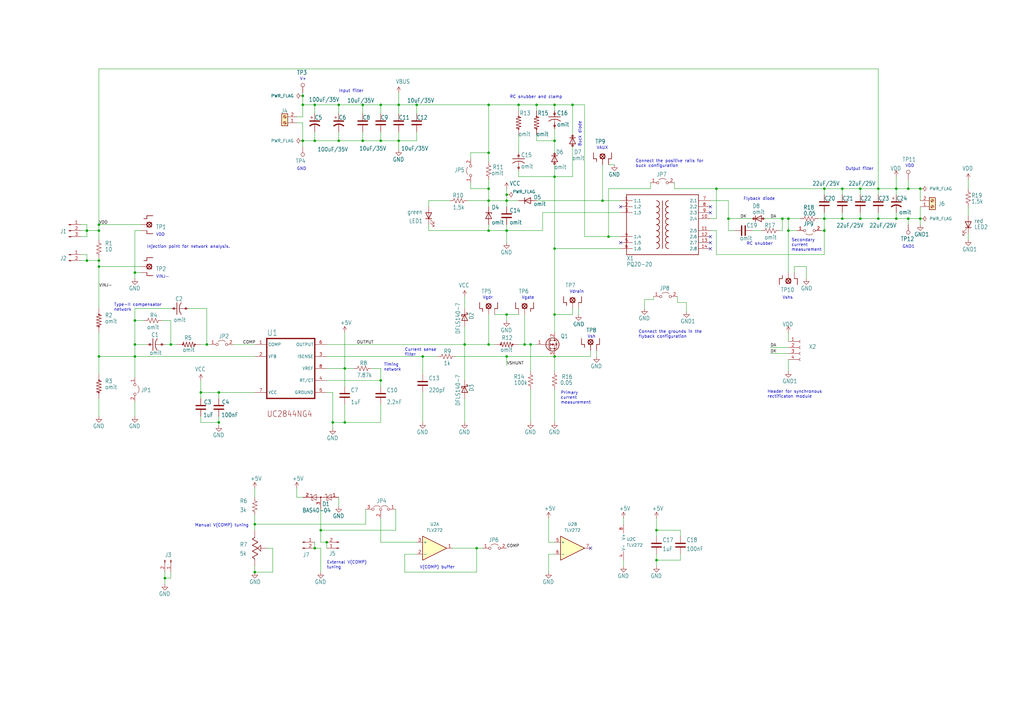
<source format=kicad_sch>
(kicad_sch (version 20230121) (generator eeschema)
  (paper "User" 433.857 302.666)
  (title_block (title "Flyback Learning Module") (rev "1.2") (company "Arnet Engineering"))
  (junction (at 384.81 92.71))
  (junction (at 133.35 59.69))
  (junction (at 41.91 110.49))
  (junction (at 36.83 97.79))
  (junction (at 384.81 80.01))
  (junction (at 207.01 85.09))
  (junction (at 143.51 44.45))
  (junction (at 234.95 133.35))
  (junction (at 128.27 40.64))
  (junction (at 201.93 232.41))
  (junction (at 146.05 156.21))
  (junction (at 207.01 146.05))
  (junction (at 168.91 44.45))
  (junction (at 234.95 74.93))
  (junction (at 234.95 105.41))
  (junction (at 356.87 80.01))
  (junction (at 196.85 146.05))
  (junction (at 41.91 151.13))
  (junction (at 379.73 92.71))
  (junction (at 57.15 151.13))
  (junction (at 214.63 97.79))
  (junction (at 92.71 179.07))
  (junction (at 227.33 44.45))
  (junction (at 57.15 146.05))
  (junction (at 161.29 44.45))
  (junction (at 278.13 224.79))
  (junction (at 349.25 92.71))
  (junction (at 334.01 97.79))
  (junction (at 153.67 44.45))
  (junction (at 168.91 59.69))
  (junction (at 146.05 179.07))
  (junction (at 133.35 44.45))
  (junction (at 356.87 92.71))
  (junction (at 214.63 82.55))
  (junction (at 234.95 59.69))
  (junction (at 207.01 97.79))
  (junction (at 331.47 92.71))
  (junction (at 128.27 44.45))
  (junction (at 128.27 59.69))
  (junction (at 349.25 97.79))
  (junction (at 57.15 135.89))
  (junction (at 364.49 92.71))
  (junction (at 389.89 92.71))
  (junction (at 224.79 146.05))
  (junction (at 41.91 113.03))
  (junction (at 308.61 92.71))
  (junction (at 278.13 237.49))
  (junction (at 372.11 92.71))
  (junction (at 161.29 59.69))
  (junction (at 242.57 44.45))
  (junction (at 255.27 85.09))
  (junction (at 214.63 133.35))
  (junction (at 87.63 146.05))
  (junction (at 349.25 80.01))
  (junction (at 214.63 85.09))
  (junction (at 138.43 229.87))
  (junction (at 207.01 64.77))
  (junction (at 176.53 44.45))
  (junction (at 36.83 110.49))
  (junction (at 257.81 100.33))
  (junction (at 179.07 151.13))
  (junction (at 92.71 166.37))
  (junction (at 41.91 95.25))
  (junction (at 140.97 179.07))
  (junction (at 133.35 232.41))
  (junction (at 107.95 242.57))
  (junction (at 143.51 59.69))
  (junction (at 303.53 80.01))
  (junction (at 57.15 115.57))
  (junction (at 161.29 161.29))
  (junction (at 234.95 44.45))
  (junction (at 364.49 80.01))
  (junction (at 41.91 97.79))
  (junction (at 222.25 146.05))
  (junction (at 107.95 222.25))
  (junction (at 214.63 151.13))
  (junction (at 389.89 80.01))
  (junction (at 234.95 151.13))
  (junction (at 207.01 44.45))
  (junction (at 69.85 245.11))
  (junction (at 372.11 80.01))
  (junction (at 219.71 44.45))
  (junction (at 379.73 80.01))
  (junction (at 207.01 80.01))
  (junction (at 334.01 92.71))
  (junction (at 72.39 146.05))
  (junction (at 153.67 59.69))
  (junction (at 135.89 224.79))
  (junction (at 85.09 166.37))
  (no_connect (at 262.89 87.63))
  (no_connect (at 300.99 87.63))
  (no_connect (at 300.99 102.87))
  (no_connect (at 262.89 102.87))
  (no_connect (at 300.99 100.33))
  (no_connect (at 250.19 232.41))
  (no_connect (at 300.99 105.41))
  (no_connect (at 300.99 90.17))
  (wire (pts (xy 62.23 146.05) (xy 57.15 146.05)) (stroke (width 0.1524)))
  (wire (pts (xy 227.33 59.69) (xy 234.95 59.69)) (stroke (width 0.1524)))
  (wire (pts (xy 331.47 92.71) (xy 334.01 92.71)) (stroke (width 0.1524)))
  (wire (pts (xy 196.85 125.73) (xy 196.85 128.27)))
  (wire (pts (xy 234.95 165.1) (xy 234.95 167.64)))
  (wire (pts (xy 334.01 147.32) (xy 326.39 147.32)) (stroke (width 0.1524)))
  (wire (pts (xy 209.55 133.35) (xy 214.63 133.35)) (stroke (width 0.1524)))
  (wire (pts (xy 389.89 87.63) (xy 389.89 92.71)) (stroke (width 0.1524)))
  (wire (pts (xy 334.01 92.71) (xy 339.09 92.71)) (stroke (width 0.1524)))
  (wire (pts (xy 143.51 44.45) (xy 143.51 48.26)) (stroke (width 0.1524)))
  (wire (pts (xy 176.53 55.88) (xy 176.53 59.69)) (stroke (width 0.1524)))
  (wire (pts (xy 264.16 237.49) (xy 264.16 240.03)))
  (wire (pts (xy 140.97 166.37) (xy 140.97 179.07)) (stroke (width 0.1524)))
  (wire (pts (xy 72.39 242.57) (xy 72.39 245.11)) (stroke (width 0.1524)))
  (wire (pts (xy 36.83 110.49) (xy 41.91 110.49)) (stroke (width 0.1524)))
  (wire (pts (xy 57.15 146.05) (xy 57.15 151.13)) (stroke (width 0.1524)))
  (wire (pts (xy 57.15 170.18) (xy 57.15 176.53)))
  (wire (pts (xy 146.05 179.07) (xy 161.29 179.07)) (stroke (width 0.1524)))
  (wire (pts (xy 148.59 156.21) (xy 146.05 156.21)) (stroke (width 0.1524)))
  (wire (pts (xy 276.86 125.73) (xy 276.86 127)) (stroke (width 0.1524)))
  (wire (pts (xy 349.25 90.17) (xy 349.25 92.71)) (stroke (width 0.1524)))
  (wire (pts (xy 287.02 125.73) (xy 287.02 128.27)) (stroke (width 0.1524)))
  (wire (pts (xy 140.97 181.61) (xy 140.97 179.07)))
  (wire (pts (xy 234.95 151.13) (xy 234.95 157.48)))
  (wire (pts (xy 128.27 62.23) (xy 128.27 59.69)) (stroke (width 0.1524)))
  (wire (pts (xy 410.21 76.2) (xy 410.21 80.01)) (stroke (width 0.1524)))
  (wire (pts (xy 214.63 95.25) (xy 214.63 97.79)) (stroke (width 0.1524)))
  (wire (pts (xy 336.55 115.57) (xy 336.55 113.03)) (stroke (width 0.1524)))
  (wire (pts (xy 389.89 92.71) (xy 384.81 92.71)) (stroke (width 0.1524)))
  (wire (pts (xy 189.23 85.09) (xy 190.5 85.09)))
  (wire (pts (xy 128.27 41.91) (xy 128.27 44.45)) (stroke (width 0.1524)))
  (wire (pts (xy 80.01 130.81) (xy 87.63 130.81)) (stroke (width 0.1524)))
  (wire (pts (xy 252.73 148.59) (xy 252.73 151.13)) (stroke (width 0.1524)))
  (wire (pts (xy 356.87 92.71) (xy 364.49 92.71)) (stroke (width 0.1524)))
  (wire (pts (xy 255.27 69.85) (xy 255.27 85.09)) (stroke (width 0.1524)))
  (wire (pts (xy 179.07 151.13) (xy 138.43 151.13)) (stroke (width 0.1524)))
  (wire (pts (xy 196.85 128.27) (xy 196.85 130.81)) (stroke (width 0.1524)))
  (wire (pts (xy 242.57 62.23) (xy 242.57 74.93)) (stroke (width 0.1524)))
  (wire (pts (xy 199.39 77.47) (xy 199.39 80.01)))
  (wire (pts (xy 36.83 97.79) (xy 36.83 100.33)) (stroke (width 0.1524)))
  (wire (pts (xy 161.29 55.88) (xy 161.29 59.69)) (stroke (width 0.1524)))
  (wire (pts (xy 57.15 160.02) (xy 57.15 151.13)) (stroke (width 0.1524)))
  (wire (pts (xy 196.85 138.43) (xy 196.85 146.05)))
  (wire (pts (xy 41.91 100.33) (xy 41.91 101.6)))
  (wire (pts (xy 232.41 234.95) (xy 232.41 242.57)) (stroke (width 0.1524)))
  (wire (pts (xy 224.79 166.37) (xy 224.79 179.07)) (stroke (width 0.1524)))
  (wire (pts (xy 41.91 113.03) (xy 41.91 130.81)) (stroke (width 0.1524)))
  (wire (pts (xy 379.73 82.55) (xy 379.73 80.01)) (stroke (width 0.1524)))
  (wire (pts (xy 176.53 44.45) (xy 168.91 44.45)) (stroke (width 0.1524)))
  (wire (pts (xy 207.01 67.31) (xy 207.01 68.58)))
  (wire (pts (xy 133.35 229.87) (xy 133.35 232.41)))
  (wire (pts (xy 372.11 80.01) (xy 372.11 82.55)) (stroke (width 0.1524)))
  (wire (pts (xy 167.64 219.71) (xy 167.64 215.9)))
  (wire (pts (xy 364.49 90.17) (xy 364.49 92.71)) (stroke (width 0.1524)))
  (wire (pts (xy 85.09 176.53) (xy 85.09 179.07)) (stroke (width 0.1524)))
  (wire (pts (xy 57.15 135.89) (xy 60.96 135.89)) (stroke (width 0.1524)))
  (wire (pts (xy 227.33 44.45) (xy 219.71 44.45)) (stroke (width 0.1524)))
  (wire (pts (xy 207.01 85.09) (xy 207.01 87.63)) (stroke (width 0.1524)))
  (wire (pts (xy 176.53 48.26) (xy 176.53 44.45)) (stroke (width 0.1524)))
  (wire (pts (xy 176.53 59.69) (xy 168.91 59.69)) (stroke (width 0.1524)))
  (wire (pts (xy 242.57 130.81) (xy 242.57 133.35)) (stroke (width 0.1524)))
  (wire (pts (xy 143.51 59.69) (xy 133.35 59.69)) (stroke (width 0.1524)))
  (wire (pts (xy 234.95 69.85) (xy 234.95 74.93)) (stroke (width 0.1524)))
  (wire (pts (xy 364.49 92.71) (xy 372.11 92.71)) (stroke (width 0.1524)))
  (wire (pts (xy 72.39 130.81) (xy 57.15 130.81)) (stroke (width 0.1524)))
  (wire (pts (xy 128.27 39.37) (xy 128.27 40.64)))
  (wire (pts (xy 85.09 166.37) (xy 85.09 168.91)) (stroke (width 0.1524)))
  (wire (pts (xy 242.57 133.35) (xy 234.95 133.35)) (stroke (width 0.1524)))
  (wire (pts (xy 219.71 44.45) (xy 207.01 44.45)) (stroke (width 0.1524)))
  (wire (pts (xy 146.05 179.07) (xy 140.97 179.07)) (stroke (width 0.1524)))
  (wire (pts (xy 107.95 218.44) (xy 107.95 219.71)))
  (wire (pts (xy 278.13 219.71) (xy 278.13 222.25)))
  (wire (pts (xy 219.71 72.39) (xy 219.71 74.93)) (stroke (width 0.1524)))
  (wire (pts (xy 207.01 77.47) (xy 207.01 80.01)) (stroke (width 0.1524)))
  (wire (pts (xy 349.25 92.71) (xy 356.87 92.71)) (stroke (width 0.1524)))
  (wire (pts (xy 318.77 92.71) (xy 308.61 92.71)) (stroke (width 0.1524)))
  (wire (pts (xy 168.91 48.26) (xy 168.91 44.45)) (stroke (width 0.1524)))
  (wire (pts (xy 234.95 234.95) (xy 232.41 234.95)) (stroke (width 0.1524)))
  (wire (pts (xy 181.61 85.09) (xy 181.61 87.63)) (stroke (width 0.1524)))
  (wire (pts (xy 133.35 55.88) (xy 133.35 59.69)) (stroke (width 0.1524)))
  (wire (pts (xy 133.35 59.69) (xy 128.27 59.69)) (stroke (width 0.1524)))
  (wire (pts (xy 331.47 97.79) (xy 331.47 92.71)) (stroke (width 0.1524)))
  (wire (pts (xy 168.91 39.37) (xy 168.91 41.91)))
  (wire (pts (xy 334.01 154.94) (xy 334.01 157.48)))
  (wire (pts (xy 128.27 49.53) (xy 128.27 44.45)) (stroke (width 0.1524)))
  (wire (pts (xy 285.75 80.01) (xy 303.53 80.01)) (stroke (width 0.1524)))
  (wire (pts (xy 356.87 80.01) (xy 364.49 80.01)) (stroke (width 0.1524)))
  (wire (pts (xy 214.63 85.09) (xy 207.01 85.09)) (stroke (width 0.1524)))
  (wire (pts (xy 214.63 97.79) (xy 229.87 97.79)) (stroke (width 0.1524)))
  (wire (pts (xy 207.01 67.31) (xy 207.01 64.77)) (stroke (width 0.1524)))
  (wire (pts (xy 57.15 151.13) (xy 41.91 151.13)) (stroke (width 0.1524)))
  (wire (pts (xy 59.69 97.79) (xy 57.15 97.79)) (stroke (width 0.1524)))
  (wire (pts (xy 232.41 229.87) (xy 232.41 222.25)) (stroke (width 0.1524)))
  (wire (pts (xy 384.81 77.47) (xy 384.81 80.01)) (stroke (width 0.1524)))
  (wire (pts (xy 193.04 151.13) (xy 194.31 151.13)))
  (wire (pts (xy 207.01 76.2) (xy 207.01 77.47)))
  (wire (pts (xy 410.21 99.06) (xy 410.21 101.6)) (stroke (width 0.1524)))
  (wire (pts (xy 229.87 97.79) (xy 229.87 90.17)) (stroke (width 0.1524)))
  (wire (pts (xy 389.89 95.25) (xy 389.89 92.71)) (stroke (width 0.1524)))
  (wire (pts (xy 34.29 95.25) (xy 36.83 95.25)) (stroke (width 0.1524)))
  (wire (pts (xy 334.01 92.71) (xy 334.01 97.79)) (stroke (width 0.1524)))
  (wire (pts (xy 158.75 156.21) (xy 161.29 156.21)) (stroke (width 0.1524)))
  (wire (pts (xy 379.73 80.01) (xy 372.11 80.01)) (stroke (width 0.1524)))
  (wire (pts (xy 153.67 48.26) (xy 153.67 44.45)) (stroke (width 0.1524)))
  (wire (pts (xy 264.16 219.71) (xy 264.16 222.25)))
  (wire (pts (xy 372.11 29.21) (xy 41.91 29.21)) (stroke (width 0.1524)))
  (wire (pts (xy 146.05 156.21) (xy 138.43 156.21)) (stroke (width 0.1524)))
  (wire (pts (xy 245.11 130.81) (xy 245.11 133.35)) (stroke (width 0.1524)))
  (wire (pts (xy 154.94 219.71) (xy 154.94 222.25)) (stroke (width 0.1524)))
  (wire (pts (xy 219.71 57.15) (xy 219.71 64.77)) (stroke (width 0.1524)))
  (wire (pts (xy 224.79 146.05) (xy 227.33 146.05)))
  (wire (pts (xy 273.05 127) (xy 273.05 130.81)) (stroke (width 0.1524)))
  (wire (pts (xy 59.69 95.25) (xy 41.91 95.25)) (stroke (width 0.1524)))
  (wire (pts (xy 214.63 82.55) (xy 214.63 85.09)) (stroke (width 0.1524)))
  (wire (pts (xy 125.73 207.01) (xy 125.73 209.55)))
  (wire (pts (xy 161.29 44.45) (xy 153.67 44.45)) (stroke (width 0.1524)))
  (wire (pts (xy 214.63 133.35) (xy 214.63 135.89)))
  (wire (pts (xy 128.27 59.69) (xy 128.27 52.07)) (stroke (width 0.1524)))
  (wire (pts (xy 300.99 92.71) (xy 303.53 92.71)) (stroke (width 0.1524)))
  (wire (pts (xy 41.91 158.75) (xy 41.91 151.13)) (stroke (width 0.1524)))
  (wire (pts (xy 41.91 29.21) (xy 41.91 95.25)) (stroke (width 0.1524)))
  (wire (pts (xy 57.15 146.05) (xy 57.15 135.89)) (stroke (width 0.1524)))
  (wire (pts (xy 288.29 234.95) (xy 288.29 237.49)) (stroke (width 0.1524)))
  (wire (pts (xy 87.63 130.81) (xy 87.63 146.05)) (stroke (width 0.1524)))
  (wire (pts (xy 349.25 80.01) (xy 356.87 80.01)) (stroke (width 0.1524)))
  (wire (pts (xy 290.83 128.27) (xy 290.83 130.81)) (stroke (width 0.1524)))
  (wire (pts (xy 303.53 92.71) (xy 303.53 80.01)) (stroke (width 0.1524)))
  (wire (pts (xy 384.81 80.01) (xy 379.73 80.01)) (stroke (width 0.1524)))
  (wire (pts (xy 181.61 97.79) (xy 207.01 97.79)) (stroke (width 0.1524)))
  (wire (pts (xy 36.83 95.25) (xy 36.83 97.79)) (stroke (width 0.1524)))
  (wire (pts (xy 146.05 143.51) (xy 146.05 156.21)) (stroke (width 0.1524)))
  (wire (pts (xy 232.41 219.71) (xy 232.41 222.25)))
  (wire (pts (xy 372.11 29.21) (xy 372.11 80.01)) (stroke (width 0.1524)))
  (wire (pts (xy 318.77 97.79) (xy 321.31 97.79)) (stroke (width 0.1524)))
  (wire (pts (xy 69.85 242.57) (xy 69.85 245.11)) (stroke (width 0.1524)))
  (wire (pts (xy 85.09 179.07) (xy 92.71 179.07)) (stroke (width 0.1524)))
  (wire (pts (xy 323.85 92.71) (xy 331.47 92.71)) (stroke (width 0.1524)))
  (wire (pts (xy 227.33 57.15) (xy 227.33 59.69)) (stroke (width 0.1524)))
  (wire (pts (xy 234.95 133.35) (xy 234.95 105.41)) (stroke (width 0.1524)))
  (wire (pts (xy 389.89 80.01) (xy 384.81 80.01)) (stroke (width 0.1524)))
  (wire (pts (xy 250.19 148.59) (xy 250.19 151.13)) (stroke (width 0.1524)))
  (wire (pts (xy 72.39 245.11) (xy 69.85 245.11)) (stroke (width 0.1524)))
  (wire (pts (xy 247.65 44.45) (xy 242.57 44.45)) (stroke (width 0.1524)))
  (wire (pts (xy 372.11 92.71) (xy 372.11 90.17)) (stroke (width 0.1524)))
  (wire (pts (xy 209.55 146.05) (xy 207.01 146.05)) (stroke (width 0.1524)))
  (wire (pts (xy 125.73 210.82) (xy 128.27 210.82)))
  (wire (pts (xy 410.21 87.63) (xy 410.21 88.9)))
  (wire (pts (xy 181.61 95.25) (xy 181.61 97.79)) (stroke (width 0.1524)))
  (wire (pts (xy 214.63 154.94) (xy 214.63 151.13)))
  (wire (pts (xy 128.27 44.45) (xy 133.35 44.45)) (stroke (width 0.1524)))
  (wire (pts (xy 257.81 80.01) (xy 257.81 100.33)) (stroke (width 0.1524)))
  (wire (pts (xy 214.63 80.01) (xy 214.63 82.55)))
  (wire (pts (xy 168.91 44.45) (xy 161.29 44.45)) (stroke (width 0.1524)))
  (wire (pts (xy 346.71 92.71) (xy 349.25 92.71)) (stroke (width 0.1524)))
  (wire (pts (xy 196.85 146.05) (xy 138.43 146.05)) (stroke (width 0.1524)))
  (wire (pts (xy 107.95 207.01) (xy 107.95 210.82)))
  (wire (pts (xy 207.01 80.01) (xy 207.01 85.09)) (stroke (width 0.1524)))
  (wire (pts (xy 410.21 88.9) (xy 410.21 91.44)) (stroke (width 0.1524)))
  (wire (pts (xy 349.25 97.79) (xy 349.25 96.52)))
  (wire (pts (xy 191.77 232.41) (xy 201.93 232.41)) (stroke (width 0.1524)))
  (wire (pts (xy 115.57 242.57) (xy 115.57 232.41)) (stroke (width 0.1524)))
  (wire (pts (xy 34.29 110.49) (xy 36.83 110.49)) (stroke (width 0.1524)))
  (wire (pts (xy 384.81 95.25) (xy 384.81 92.71)) (stroke (width 0.1524)))
  (wire (pts (xy 207.01 44.45) (xy 176.53 44.45)) (stroke (width 0.1524)))
  (wire (pts (xy 146.05 140.97) (xy 146.05 143.51)))
  (wire (pts (xy 303.53 107.95) (xy 349.25 107.95)) (stroke (width 0.1524)))
  (wire (pts (xy 135.89 229.87) (xy 138.43 229.87)))
  (wire (pts (xy 278.13 234.95) (xy 278.13 237.49)) (stroke (width 0.1524)))
  (wire (pts (xy 133.35 44.45) (xy 133.35 48.26)))
  (wire (pts (xy 275.59 80.01) (xy 257.81 80.01)) (stroke (width 0.1524)))
  (wire (pts (xy 92.71 168.91) (xy 92.71 166.37)) (stroke (width 0.1524)))
  (wire (pts (xy 176.53 234.95) (xy 171.45 234.95)) (stroke (width 0.1524)))
  (wire (pts (xy 153.67 59.69) (xy 161.29 59.69)) (stroke (width 0.1524)))
  (wire (pts (xy 311.15 97.79) (xy 308.61 97.79)) (stroke (width 0.1524)))
  (wire (pts (xy 199.39 85.09) (xy 207.01 85.09)) (stroke (width 0.1524)))
  (wire (pts (xy 330.2 97.79) (xy 331.47 97.79)))
  (wire (pts (xy 92.71 166.37) (xy 85.09 166.37)) (stroke (width 0.1524)))
  (wire (pts (xy 57.15 97.79) (xy 57.15 115.57)) (stroke (width 0.1524)))
  (wire (pts (xy 287.02 128.27) (xy 290.83 128.27)) (stroke (width 0.1524)))
  (wire (pts (xy 85.09 163.83) (xy 85.09 166.37)) (stroke (width 0.1524)))
  (wire (pts (xy 125.73 49.53) (xy 128.27 49.53)))
  (wire (pts (xy 92.71 176.53) (xy 92.71 179.07)) (stroke (width 0.1524)))
  (wire (pts (xy 59.69 113.03) (xy 41.91 113.03)) (stroke (width 0.1524)))
  (wire (pts (xy 107.95 242.57) (xy 115.57 242.57)) (stroke (width 0.1524)))
  (wire (pts (xy 107.95 240.03) (xy 107.95 242.57)) (stroke (width 0.1524)))
  (wire (pts (xy 138.43 229.87) (xy 138.43 232.41)))
  (wire (pts (xy 224.79 156.21) (xy 224.79 157.48)))
  (wire (pts (xy 36.83 97.79) (xy 41.91 97.79)) (stroke (width 0.1524)))
  (wire (pts (xy 199.39 80.01) (xy 207.01 80.01)))
  (wire (pts (xy 341.63 113.03) (xy 341.63 118.11)) (stroke (width 0.1524)))
  (wire (pts (xy 41.91 100.33) (xy 41.91 97.79)) (stroke (width 0.1524)))
  (wire (pts (xy 41.91 110.49) (xy 41.91 113.03)) (stroke (width 0.1524)))
  (wire (pts (xy 153.67 44.45) (xy 143.51 44.45)) (stroke (width 0.1524)))
  (wire (pts (xy 148.59 156.21) (xy 149.86 156.21)))
  (wire (pts (xy 157.48 156.21) (xy 158.75 156.21)))
  (wire (pts (xy 207.01 95.25) (xy 207.01 97.79)))
  (wire (pts (xy 207.01 64.77) (xy 207.01 44.45)) (stroke (width 0.1524)))
  (wire (pts (xy 364.49 82.55) (xy 364.49 80.01)) (stroke (width 0.1524)))
  (wire (pts (xy 349.25 80.01) (xy 349.25 82.55)) (stroke (width 0.1524)))
  (wire (pts (xy 72.39 135.89) (xy 72.39 146.05)) (stroke (width 0.1524)))
  (wire (pts (xy 334.01 149.86) (xy 326.39 149.86)) (stroke (width 0.1524)))
  (wire (pts (xy 171.45 242.57) (xy 201.93 242.57)) (stroke (width 0.1524)))
  (wire (pts (xy 107.95 146.05) (xy 99.06 146.05)) (stroke (width 0.1524)))
  (wire (pts (xy 138.43 161.29) (xy 161.29 161.29)) (stroke (width 0.1524)))
  (wire (pts (xy 222.25 133.35) (xy 222.25 146.05)) (stroke (width 0.1524)))
  (wire (pts (xy 334.01 97.79) (xy 337.82 97.79)))
  (wire (pts (xy 168.91 59.69) (xy 168.91 63.5)) (stroke (width 0.1524)))
  (wire (pts (xy 278.13 237.49) (xy 278.13 240.03)))
  (wire (pts (xy 384.81 92.71) (xy 379.73 92.71)) (stroke (width 0.1524)))
  (wire (pts (xy 146.05 171.45) (xy 146.05 179.07)) (stroke (width 0.1524)))
  (wire (pts (xy 69.85 135.89) (xy 72.39 135.89)) (stroke (width 0.1524)))
  (wire (pts (xy 88.9 146.05) (xy 87.63 146.05)))
  (wire (pts (xy 107.95 151.13) (xy 57.15 151.13)) (stroke (width 0.1524)))
  (wire (pts (xy 201.93 232.41) (xy 201.93 242.57)) (stroke (width 0.1524)))
  (wire (pts (xy 125.73 210.82) (xy 125.73 209.55)) (stroke (width 0.1524)))
  (wire (pts (xy 379.73 90.17) (xy 379.73 92.71)) (stroke (width 0.1524)))
  (wire (pts (xy 201.93 232.41) (xy 204.47 232.41)) (stroke (width 0.1524)))
  (wire (pts (xy 247.65 100.33) (xy 247.65 44.45)) (stroke (width 0.1524)))
  (wire (pts (xy 275.59 77.47) (xy 275.59 80.01)) (stroke (width 0.1524)))
  (wire (pts (xy 234.95 74.93) (xy 242.57 74.93)) (stroke (width 0.1524)))
  (wire (pts (xy 222.25 146.05) (xy 224.79 146.05)) (stroke (width 0.1524)))
  (wire (pts (xy 227.33 46.99) (xy 227.33 44.45)) (stroke (width 0.1524)))
  (wire (pts (xy 179.07 166.37) (xy 179.07 179.07)) (stroke (width 0.1524)))
  (wire (pts (xy 107.95 166.37) (xy 92.71 166.37)) (stroke (width 0.1524)))
  (wire (pts (xy 72.39 146.05) (xy 69.85 146.05)) (stroke (width 0.1524)))
  (wire (pts (xy 278.13 224.79) (xy 278.13 227.33)) (stroke (width 0.1524)))
  (wire (pts (xy 336.55 113.03) (xy 341.63 113.03)) (stroke (width 0.1524)))
  (wire (pts (xy 234.95 105.41) (xy 262.89 105.41)) (stroke (width 0.1524)))
  (wire (pts (xy 161.29 171.45) (xy 161.29 179.07)) (stroke (width 0.1524)))
  (wire (pts (xy 234.95 64.77) (xy 234.95 59.69)) (stroke (width 0.1524)))
  (wire (pts (xy 334.01 140.97) (xy 334.01 144.78)))
  (wire (pts (xy 288.29 224.79) (xy 278.13 224.79)) (stroke (width 0.1524)))
  (wire (pts (xy 288.29 227.33) (xy 288.29 224.79)) (stroke (width 0.1524)))
  (wire (pts (xy 128.27 40.64) (xy 128.27 41.91)))
  (wire (pts (xy 229.87 90.17) (xy 262.89 90.17)) (stroke (width 0.1524)))
  (wire (pts (xy 227.33 85.09) (xy 255.27 85.09)) (stroke (width 0.1524)))
  (wire (pts (xy 303.53 97.79) (xy 303.53 107.95)) (stroke (width 0.1524)))
  (wire (pts (xy 74.93 146.05) (xy 72.39 146.05)) (stroke (width 0.1524)))
  (wire (pts (xy 189.23 85.09) (xy 181.61 85.09)) (stroke (width 0.1524)))
  (wire (pts (xy 138.43 166.37) (xy 140.97 166.37)) (stroke (width 0.1524)))
  (wire (pts (xy 198.12 85.09) (xy 199.39 85.09)))
  (wire (pts (xy 107.95 219.71) (xy 107.95 222.25)) (stroke (width 0.1524)))
  (wire (pts (xy 41.91 168.91) (xy 41.91 176.53)) (stroke (width 0.1524)))
  (wire (pts (xy 234.95 59.69) (xy 234.95 54.61)) (stroke (width 0.1524)))
  (wire (pts (xy 234.95 140.97) (xy 234.95 133.35)) (stroke (width 0.1524)))
  (wire (pts (xy 257.81 100.33) (xy 247.65 100.33)) (stroke (width 0.1524)))
  (wire (pts (xy 34.29 97.79) (xy 36.83 97.79)) (stroke (width 0.1524)))
  (wire (pts (xy 219.71 146.05) (xy 222.25 146.05)) (stroke (width 0.1524)))
  (wire (pts (xy 356.87 82.55) (xy 356.87 80.01)) (stroke (width 0.1524)))
  (wire (pts (xy 242.57 44.45) (xy 234.95 44.45)) (stroke (width 0.1524)))
  (wire (pts (xy 234.95 167.64) (xy 234.95 179.07)) (stroke (width 0.1524)))
  (wire (pts (xy 349.25 92.71) (xy 349.25 97.79)) (stroke (width 0.1524)))
  (wire (pts (xy 36.83 107.95) (xy 36.83 110.49)) (stroke (width 0.1524)))
  (wire (pts (xy 161.29 229.87) (xy 161.29 219.71)) (stroke (width 0.1524)))
  (wire (pts (xy 356.87 90.17) (xy 356.87 92.71)) (stroke (width 0.1524)))
  (wire (pts (xy 68.58 135.89) (xy 69.85 135.89)))
  (wire (pts (xy 168.91 55.88) (xy 168.91 59.69)) (stroke (width 0.1524)))
  (wire (pts (xy 143.51 59.69) (xy 153.67 59.69)) (stroke (width 0.1524)))
  (wire (pts (xy 379.73 74.93) (xy 379.73 80.01)) (stroke (width 0.1524)))
  (wire (pts (xy 115.57 232.41) (xy 113.03 232.41)) (stroke (width 0.1524)))
  (wire (pts (xy 234.95 74.93) (xy 234.95 105.41)) (stroke (width 0.1524)))
  (wire (pts (xy 167.64 224.79) (xy 135.89 224.79)) (stroke (width 0.1524)))
  (wire (pts (xy 196.85 146.05) (xy 196.85 161.29)) (stroke (width 0.1524)))
  (wire (pts (xy 154.94 219.71) (xy 154.94 215.9)))
  (wire (pts (xy 57.15 115.57) (xy 57.15 118.11)))
  (wire (pts (xy 278.13 222.25) (xy 278.13 224.79)) (stroke (width 0.1524)))
  (wire (pts (xy 379.73 92.71) (xy 372.11 92.71)) (stroke (width 0.1524)))
  (wire (pts (xy 133.35 232.41) (xy 135.89 232.41)))
  (wire (pts (xy 34.29 107.95) (xy 36.83 107.95)) (stroke (width 0.1524)))
  (wire (pts (xy 260.35 69.85) (xy 257.81 69.85)) (stroke (width 0.1524)))
  (wire (pts (xy 262.89 100.33) (xy 257.81 100.33)) (stroke (width 0.1524)))
  (wire (pts (xy 224.79 165.1) (xy 224.79 166.37)))
  (wire (pts (xy 57.15 130.81) (xy 57.15 135.89)) (stroke (width 0.1524)))
  (wire (pts (xy 107.95 222.25) (xy 107.95 224.79)) (stroke (width 0.1524)))
  (wire (pts (xy 179.07 158.75) (xy 179.07 151.13)) (stroke (width 0.1524)))
  (wire (pts (xy 143.51 210.82) (xy 143.51 214.63)))
  (wire (pts (xy 207.01 97.79) (xy 214.63 97.79)) (stroke (width 0.1524)))
  (wire (pts (xy 161.29 156.21) (xy 161.29 161.29)) (stroke (width 0.1524)))
  (wire (pts (xy 161.29 59.69) (xy 168.91 59.69)) (stroke (width 0.1524)))
  (wire (pts (xy 303.53 80.01) (xy 349.25 80.01)) (stroke (width 0.1524)))
  (wire (pts (xy 133.35 44.45) (xy 143.51 44.45)) (stroke (width 0.1524)))
  (wire (pts (xy 199.39 64.77) (xy 207.01 64.77)) (stroke (width 0.1524)))
  (wire (pts (xy 214.63 102.87) (xy 214.63 97.79)) (stroke (width 0.1524)))
  (wire (pts (xy 199.39 67.31) (xy 199.39 64.77)) (stroke (width 0.1524)))
  (wire (pts (xy 308.61 92.71) (xy 308.61 85.09)) (stroke (width 0.1524)))
  (wire (pts (xy 234.95 44.45) (xy 227.33 44.45)) (stroke (width 0.1524)))
  (wire (pts (xy 349.25 97.79) (xy 349.25 107.95)) (stroke (width 0.1524)))
  (wire (pts (xy 334.01 97.79) (xy 334.01 96.52)))
  (wire (pts (xy 250.19 151.13) (xy 234.95 151.13)) (stroke (width 0.1524)))
  (wire (pts (xy 321.31 97.79) (xy 322.58 97.79)))
  (wire (pts (xy 194.31 151.13) (xy 214.63 151.13)) (stroke (width 0.1524)))
  (wire (pts (xy 334.01 97.79) (xy 334.01 115.57)) (stroke (width 0.1524)))
  (wire (pts (xy 85.09 161.29) (xy 85.09 163.83)))
  (wire (pts (xy 59.69 115.57) (xy 57.15 115.57)) (stroke (width 0.1524)))
  (wire (pts (xy 255.27 85.09) (xy 262.89 85.09)) (stroke (width 0.1524)))
  (wire (pts (xy 92.71 180.34) (xy 92.71 179.07)))
  (wire (pts (xy 135.89 224.79) (xy 135.89 229.87)) (stroke (width 0.1524)))
  (wire (pts (xy 219.71 46.99) (xy 219.71 44.45)) (stroke (width 0.1524)))
  (wire (pts (xy 143.51 55.88) (xy 143.51 59.69)) (stroke (width 0.1524)))
  (wire (pts (xy 196.85 168.91) (xy 196.85 179.07)))
  (wire (pts (xy 135.89 215.9) (xy 135.89 224.79)) (stroke (width 0.1524)))
  (wire (pts (xy 161.29 48.26) (xy 161.29 44.45)) (stroke (width 0.1524)))
  (wire (pts (xy 207.01 133.35) (xy 207.01 146.05)) (stroke (width 0.1524)))
  (wire (pts (xy 290.83 130.81) (xy 290.83 132.08)))
  (wire (pts (xy 207.01 146.05) (xy 196.85 146.05)) (stroke (width 0.1524)))
  (wire (pts (xy 384.81 76.2) (xy 384.81 77.47)))
  (wire (pts (xy 146.05 163.83) (xy 146.05 156.21)) (stroke (width 0.1524)))
  (wire (pts (xy 214.63 151.13) (xy 234.95 151.13)) (stroke (width 0.1524)))
  (wire (pts (xy 85.09 146.05) (xy 87.63 146.05)) (stroke (width 0.1524)))
  (wire (pts (xy 389.89 85.09) (xy 389.89 80.01)) (stroke (width 0.1524)))
  (wire (pts (xy 308.61 97.79) (xy 308.61 92.71)) (stroke (width 0.1524)))
  (wire (pts (xy 347.98 97.79) (xy 349.25 97.79)))
  (wire (pts (xy 167.64 219.71) (xy 167.64 224.79)) (stroke (width 0.1524)))
  (wire (pts (xy 171.45 234.95) (xy 171.45 242.57)) (stroke (width 0.1524)))
  (wire (pts (xy 41.91 109.22) (xy 41.91 110.49)))
  (wire (pts (xy 41.91 97.79) (xy 41.91 95.25)) (stroke (width 0.1524)))
  (wire (pts (xy 34.29 100.33) (xy 36.83 100.33)) (stroke (width 0.1524)))
  (wire (pts (xy 214.63 133.35) (xy 219.71 133.35)) (stroke (width 0.1524)))
  (wire (pts (xy 276.86 127) (xy 273.05 127)) (stroke (width 0.1524)))
  (wire (pts (xy 176.53 229.87) (xy 161.29 229.87)) (stroke (width 0.1524)))
  (wire (pts (xy 125.73 52.07) (xy 128.27 52.07)))
  (wire (pts (xy 285.75 77.47) (xy 285.75 80.01)) (stroke (width 0.1524)))
  (wire (pts (xy 364.49 80.01) (xy 372.11 80.01)) (stroke (width 0.1524)))
  (wire (pts (xy 184.15 151.13) (xy 185.42 151.13)))
  (wire (pts (xy 153.67 55.88) (xy 153.67 59.69)) (stroke (width 0.1524)))
  (wire (pts (xy 288.29 237.49) (xy 278.13 237.49)) (stroke (width 0.1524)))
  (wire (pts (xy 219.71 74.93) (xy 234.95 74.93)) (stroke (width 0.1524)))
  (wire (pts (xy 184.15 151.13) (xy 179.07 151.13)) (stroke (width 0.1524)))
  (wire (pts (xy 154.94 222.25) (xy 107.95 222.25)) (stroke (width 0.1524)))
  (wire (pts (xy 300.99 97.79) (xy 303.53 97.79)) (stroke (width 0.1524)))
  (wire (pts (xy 214.63 85.09) (xy 219.71 85.09)))
  (wire (pts (xy 234.95 46.99) (xy 234.95 44.45)) (stroke (width 0.1524)))
  (wire (pts (xy 242.57 57.15) (xy 242.57 44.45)) (stroke (width 0.1524)))
  (wire (pts (xy 334.01 152.4) (xy 334.01 154.94)) (stroke (width 0.1524)))
  (wire (pts (xy 168.91 44.45) (xy 168.91 41.91)) (stroke (width 0.1524)))
  (wire (pts (xy 214.63 85.09) (xy 214.63 87.63)) (stroke (width 0.1524)))
  (wire (pts (xy 69.85 245.11) (xy 69.85 247.65)) (stroke (width 0.1524)))
  (wire (pts (xy 41.91 140.97) (xy 41.91 151.13)) (stroke (width 0.1524)))
  (wire (pts (xy 300.99 85.09) (xy 308.61 85.09)) (stroke (width 0.1524)))
  (wire (pts (xy 234.95 229.87) (xy 232.41 229.87)) (stroke (width 0.1524)))
  (wire (pts (xy 161.29 161.29) (xy 161.29 163.83)) (stroke (width 0.1524)))
  (wire (pts (xy 224.79 156.21) (xy 224.79 146.05)) (stroke (width 0.1524)))
  (wire (pts (xy 135.89 232.41) (xy 135.89 242.57)))
  (text "RC snubber" (at 316.23 104.14 0) (effects (font (size 1.27 1.27)) (justify left bottom)))
  (text "V(COMP) buffer" (at 177.8 241.3 0) (effects (font (size 1.27 1.27)) (justify left bottom)))
  (text "Primary\ncurrent\nmeasurement" (at 237.49 171.45 0) (effects (font (size 1.27 1.27)) (justify left bottom)))
  (text "Vgdr" (at 204.47 127 0) (effects (font (size 1.27 1.27)) (justify left bottom)))
  (text "Header for synchronous\nrectificaton module" (at 325.12 168.91 0) (effects (font (size 1.27 1.27)) (justify left bottom)))
  (text "VAUX\n" (at 252.73 63.5 0) (effects (font (size 1.27 1.27)) (justify left bottom)))
  (text "VINJ-" (at 66.04 118.11 0) (effects (font (size 1.27 1.27)) (justify left bottom)))
  (text "GND1\n" (at 382.27 105.41 0) (effects (font (size 1.27 1.27)) (justify left bottom)))
  (text "GND" (at 125.73 72.39 0) (effects (font (size 1.27 1.27)) (justify left bottom)))
  (text "Injection point for network analysis." (at 62.23 105.41 0) (effects (font (size 1.27 1.27)) (justify left bottom)))
  (text "Type-II compensator\nnetwork" (at 48.26 132.08 0) (effects (font (size 1.27 1.27)) (justify left bottom)))
  (text "VDD" (at 66.04 100.33 0) (effects (font (size 1.27 1.27)) (justify left bottom)))
  (text "Vsh" (at 248.92 143.51 0) (effects (font (size 1.27 1.27)) (justify left bottom)))
  (text "Input filter" (at 143.51 39.37 0) (effects (font (size 1.27 1.27)) (justify left bottom)))
  (text "Timing \nnetwork" (at 162.56 157.48 0) (effects (font (size 1.27 1.27)) (justify left bottom)))
  (text "Secondary\ncurrent\nmeasurement" (at 335.28 106.68 0) (effects (font (size 1.27 1.27)) (justify left bottom)))
  (text "Vshs" (at 331.47 127 0) (effects (font (size 1.27 1.27)) (justify left bottom)))
  (text "RC snubber and clamp" (at 215.9 41.91 0) (effects (font (size 1.27 1.27)) (justify left bottom)))
  (text "VDD" (at 383.54 71.12 0) (effects (font (size 1.27 1.27)) (justify left bottom)))
  (text "Manual V(COMP) tuning" (at 82.55 223.52 0) (effects (font (size 1.27 1.27)) (justify left bottom)))
  (text "Vgate" (at 220.98 127 0) (effects (font (size 1.27 1.27)) (justify left bottom)))
  (text "Connect the grounds in the \nflyback configuration" (at 270.51 143.51 0) (effects (font (size 1.27 1.27)) (justify left bottom)))
  (text "Vdrain" (at 241.3 124.46 0) (effects (font (size 1.27 1.27)) (justify left bottom)))
  (text "Flyback diode" (at 314.96 85.09 0) (effects (font (size 1.27 1.27)) (justify left bottom)))
  (text "V+" (at 127 34.29 0) (effects (font (size 1.27 1.27)) (justify left bottom)))
  (text "Connect the positive rails for\nbuck configuration" (at 269.24 71.12 0) (effects (font (size 1.27 1.27)) (justify left bottom)))
  (text "External V(COMP)\ntuning" (at 138.43 241.3 0) (effects (font (size 1.27 1.27)) (justify left bottom)))
  (text "Buck diode" (at 246.38 62.23 90) (effects (font (size 1.27 1.27)) (justify left bottom)))
  (text "Output filter" (at 358.14 72.39 0) (effects (font (size 1.27 1.27)) (justify left bottom)))
  (text "Current sense\nfilter" (at 171.45 151.13 0) (effects (font (size 1.27 1.27)) (justify left bottom)))
  (label "DA" (at 326.39 147.32 0) (effects (font (size 1.2446 1.2446))))
  (label "VINJ-" (at 41.91 121.92 0) (effects (font (size 1.2446 1.2446))))
  (label "DK" (at 326.39 149.86 0) (effects (font (size 1.2446 1.2446))))
  (label "COMP" (at 214.63 232.41 0) (effects (font (size 1.2446 1.2446))))
  (label "COMP" (at 102.87 146.05 0) (effects (font (size 1.2446 1.2446))))
  (label "DA" (at 326.39 92.71 0) (effects (font (size 1.2446 1.2446))))
  (label "OUTPUT" (at 151.13 146.05 0) (effects (font (size 1.2446 1.2446))))
  (label "VDD" (at 41.91 95.25 0) (effects (font (size 1.2446 1.2446))))
  (label "VSHUNT" (at 214.63 154.94 0) (effects (font (size 1.2446 1.2446))))
  (label "DK" (at 313.69 92.71 0) (effects (font (size 1.2446 1.2446))))
  (symbol (lib_id "Device:R_US") (at 194.31 85.09 270) (unit 1)
    (property "Reference" "R10" (at 191.77 83.82 90) (effects (font (size 1.778 1.5113)) (justify left bottom)))
    (property "Value" "1.5k" (at 191.77 88.9 90) (effects (font (size 1.778 1.5113)) (justify left bottom)))
    (property "Footprint" "Resistor_SMD:R_0805_2012Metric" (effects hide))
  )
  (symbol (lib_id "power:GND") (at 264.16 240.03 0) (unit 1)
    (property "Reference" "#GND022" (effects hide))
    (property "Value" "GND" (at 261.62 245.11 0) (effects (font (size 1.778 1.5113)) (justify left bottom)))
  )
  (symbol (lib_id "power:GND") (at 234.95 179.07 0) (unit 1)
    (property "Reference" "#GND018" (effects hide))
    (property "Value" "GND" (at 232.41 184.15 0) (effects (font (size 1.778 1.5113)) (justify left bottom)))
  )
  (symbol (lib_id "power:GND") (at 278.13 240.03 0) (unit 1)
    (property "Reference" "#GND024" (effects hide))
    (property "Value" "GND" (at 275.59 245.11 0) (effects (font (size 1.778 1.5113)) (justify left bottom)))
  )
  (symbol (lib_id "Connector:Conn_01x02_Pin") (at 143.51 232.41 180) (unit 1)
    (property "Reference" "J5" (at 142.24 233.68 0) (effects (font (size 1.778 1.5113)) (justify left bottom)))
    (property "Value" "JTP1E" (effects hide))
    (property "Footprint" "Connector_PinHeader_2.54mm:PinHeader_1x02_P2.54mm_Vertical" (effects hide))
  )
  (symbol (lib_id "power:GND") (at 179.07 179.07 0) (unit 1)
    (property "Reference" "#GND011" (effects hide))
    (property "Value" "GND" (at 176.53 184.15 0) (effects (font (size 1.778 1.5113)) (justify left bottom)))
  )
  (symbol (lib_id "power:GND") (at 196.85 179.07 0) (unit 1)
    (property "Reference" "#GND013" (effects hide))
    (property "Value" "GND" (at 194.31 184.15 0) (effects (font (size 1.778 1.5113)) (justify left bottom)))
  )
  (symbol (lib_id "Device:C") (at 349.25 86.36 0) (unit 1)
    (property "Reference" "C20" (at 349.25 85.09 0) (effects (font (size 1.778 1.5113)) (justify left bottom)))
    (property "Value" "22uF/25V" (at 344.17 78.74 0) (effects (font (size 1.778 1.5113)) (justify left bottom)))
    (property "Footprint" "Capacitor_SMD:C_1210_3225Metric" (effects hide))
  )
  (symbol (lib_id "Device:R_US") (at 189.23 151.13 270) (unit 1)
    (property "Reference" "R9" (at 187.96 149.86 90) (effects (font (size 1.778 1.5113)) (justify left bottom)))
    (property "Value" "1k" (at 187.96 154.94 90) (effects (font (size 1.778 1.5113)) (justify left bottom)))
    (property "Footprint" "Resistor_SMD:R_0805_2012Metric" (effects hide))
  )
  (symbol (lib_id "Device:C") (at 161.29 52.07 0) (unit 1)
    (property "Reference" "C9" (at 161.29 50.8 0) (effects (font (size 1.778 1.5113)) (justify left bottom)))
    (property "Value" "10uF/35V" (at 152.146 63.881 0) (effects (font (size 1.778 1.5113)) (justify left bottom)))
    (property "Footprint" "Capacitor_SMD:C_1210_3225Metric" (effects hide))
  )
  (symbol (lib_id "Device:R_US") (at 41.91 105.41 0) (unit 1)
    (property "Reference" "R1" (at 44.45 104.14 0) (effects (font (size 1.778 1.5113)) (justify left bottom)))
    (property "Value" "10" (at 44.45 106.68 0) (effects (font (size 1.778 1.5113)) (justify left bottom)))
    (property "Footprint" "Resistor_SMD:R_0805_2012Metric" (effects hide))
  )
  (symbol (lib_id "Shared_Magnetics:PQ20-20") (at 280.67 95.25 0) (unit 1)
    (property "Reference" "X1" (at 265.43 110.49 0) (effects (font (size 1.778 1.5113)) (justify left bottom)))
    (property "Value" "PQ20-20" (at 265.43 113.03 0) (effects (font (size 1.778 1.5113)) (justify left bottom)))
    (property "Footprint" "Shared_Magnetics:CSV-PQ20-20" (effects hide))
  )
  (symbol (lib_id "Shared_Pluggables:R-US_PTH") (at 219.71 52.07 90) (unit 1)
    (property "Reference" "R13" (at 224.79 46.99 90) (effects (font (size 1.778 1.5113)) (justify left bottom)))
    (property "Value" "omit" (at 224.79 55.88 90) (effects (font (size 1.778 1.5113)) (justify left bottom)))
    (property "Footprint" "Shared_Pluggables:R_PTH_NOSMD" (effects hide))
  )
  (symbol (lib_id "Connector:Conn_01x02_Pin") (at 72.39 237.49 270) (unit 1)
    (property "Reference" "J3" (at 69.85 236.22 90) (effects (font (size 1.778 1.5113)) (justify left bottom)))
    (property "Value" "JTP1E" (effects hide))
    (property "Footprint" "Connector_PinHeader_2.54mm:PinHeader_1x02_P2.54mm_Vertical" (effects hide))
  )
  (symbol (lib_id "Device:R_US") (at 234.95 161.29 180) (unit 1)
    (property "Reference" "R16" (at 242.57 158.75 0) (effects (font (size 1.778 1.5113)) (justify left bottom)))
    (property "Value" "0.05" (at 242.57 161.29 0) (effects (font (size 1.778 1.5113)) (justify left bottom)))
    (property "Footprint" "Resistor_SMD:R_2010_5025Metric" (effects hide))
  )
  (symbol (lib_id "Device:C") (at 161.29 167.64 0) (unit 1)
    (property "Reference" "C10" (at 163.83 166.37 0) (effects (font (size 1.778 1.5113)) (justify left bottom)))
    (property "Value" "2.2nF" (at 163.83 171.45 0) (effects (font (size 1.778 1.5113)) (justify left bottom)))
    (property "Footprint" "Capacitor_SMD:C_0805_2012Metric" (effects hide))
  )
  (symbol (lib_id "Connector:TestPoint") (at 128.27 39.37 0) (unit 1)
    (property "Reference" "TP3" (at 125.73 31.75 0) (effects (font (size 1.778 1.5113)) (justify left bottom)))
    (property "Value" "TP_6021" (effects hide))
    (property "Footprint" "Shared_Pluggables:TP_6021" (effects hide))
  )
  (symbol (lib_id "Device:LED") (at 181.61 91.44 90) (unit 1)
    (property "Reference" "LED1" (at 179.07 92.71 90) (effects (font (size 1.778 1.5113)) (justify left bottom)))
    (property "Value" "green" (at 179.07 88.9 90) (effects (font (size 1.778 1.5113)) (justify left bottom)))
    (property "Footprint" "Diode_SMD:D_0805_2012Metric" (effects hide))
  )
  (symbol (lib_id "Device:R_US") (at 410.21 83.82 0) (unit 1)
    (property "Reference" "R19" (at 411.48 83.82 0) (effects (font (size 1.778 1.5113)) (justify left bottom)))
    (property "Value" "1.5k" (at 411.48 86.36 0) (effects (font (size 1.778 1.5113)) (justify left bottom)))
    (property "Footprint" "Resistor_SMD:R_0805_2012Metric" (effects hide))
  )
  (symbol (lib_id "Jumper:Jumper_2_Open") (at 342.9 97.79 0) (mirror x) (unit 1)
    (property "Reference" "JP9" (at 340.36 93.98 0) (effects (font (size 1.778 1.5113)) (justify left bottom)))
    (property "Value" "JP1E" (effects hide))
    (property "Footprint" "Connector_PinHeader_2.54mm:PinHeader_1x02_P2.54mm_Vertical" (effects hide))
  )
  (symbol (lib_id "Jumper:Jumper_2_Open") (at 93.98 146.05 0) (unit 1)
    (property "Reference" "JP2" (at 92.71 143.51 0) (effects (font (size 1.778 1.5113)) (justify left bottom)))
    (property "Value" "JP1E" (effects hide))
    (property "Footprint" "Connector_PinHeader_2.54mm:PinHeader_1x02_P2.54mm_Vertical" (effects hide))
  )
  (symbol (lib_id "power:VBUS") (at 168.91 39.37 0) (unit 1)
    (property "Reference" "#P+02" (effects hide))
    (property "Value" "V+" (at 167.64 35.56 0) (effects (font (size 1.778 1.5113)) (justify left bottom)))
  )
  (symbol (lib_id "power:PWR_FLAG") (at 128.27 59.69 90) (unit 1)
    (property "Reference" "#FLG02" (effects hide))
    (property "Value" "PWR_FLAG" (at 124.46 59.69 90) (effects (justify left)))
  )
  (symbol (lib_id "Device:R_US") (at 207.01 72.39 180) (unit 1)
    (property "Reference" "R11" (at 213.36 69.85 0) (effects (font (size 1.778 1.5113)) (justify left bottom)))
    (property "Value" "omit" (at 213.36 72.39 0) (effects (font (size 1.778 1.5113)) (justify left bottom)))
    (property "Footprint" "Resistor_SMD:R_0805_2012Metric" (effects hide))
  )
  (symbol (lib_id "power:GND") (at 252.73 151.13 0) (unit 1)
    (property "Reference" "#GND020" (effects hide))
    (property "Value" "GND" (at 250.19 156.21 0) (effects (font (size 1.778 1.5113)) (justify left bottom)))
  )
  (symbol (lib_id "Device:C") (at 179.07 162.56 0) (unit 1)
    (property "Reference" "C13" (at 181.61 161.29 0) (effects (font (size 1.778 1.5113)) (justify left bottom)))
    (property "Value" "220pF" (at 181.61 166.37 0) (effects (font (size 1.778 1.5113)) (justify left bottom)))
    (property "Footprint" "Capacitor_SMD:C_0805_2012Metric" (effects hide))
  )
  (symbol (lib_id "Jumper:Jumper_2_Open") (at 280.67 77.47 0) (unit 1)
    (property "Reference" "JP7" (at 278.13 74.93 0) (effects (font (size 1.778 1.5113)) (justify left bottom)))
    (property "Value" "JP1E" (effects hide))
    (property "Footprint" "Connector_PinHeader_2.54mm:PinHeader_1x02_P2.54mm_Vertical" (effects hide))
  )
  (symbol (lib_id "Shared_Gatedriver:UC2844") (at 113.03 138.43 0) (unit 1)
    (property "Reference" "U1" (at 113.03 139.7 0) (effects (font (size 2.54 2.159)) (justify left top)))
    (property "Value" "TEXAS_INSTRUMENTS_UC2844NG4TEXAS_INSTRUMENTS_UC2844NG4_0_0" (effects hide))
    (property "Footprint" "Package_DIP:DIP-8_W7.62mm_Socket" (effects hide))
  )
  (symbol (lib_id "power:GND") (at 168.91 63.5 0) (unit 1)
    (property "Reference" "#GND010" (effects hide))
    (property "Value" "GND" (at 166.37 68.58 0) (effects (font (size 1.778 1.5113)) (justify left bottom)))
  )
  (symbol (lib_id "power:GND") (at 245.11 133.35 0) (mirror y) (unit 1)
    (property "Reference" "#GND019" (effects hide))
    (property "Value" "GND" (at 247.65 138.43 0) (effects (font (size 1.778 1.5113)) (justify left bottom)))
  )
  (symbol (lib_id "Device:C") (at 85.09 172.72 0) (unit 1)
    (property "Reference" "C3" (at 86.36 171.45 0) (effects (font (size 1.778 1.5113)) (justify left bottom)))
    (property "Value" "1uF" (at 86.106 176.911 0) (effects (font (size 1.778 1.5113)) (justify left bottom)))
    (property "Footprint" "Capacitor_SMD:C_0805_2012Metric" (effects hide))
  )
  (symbol (lib_id "Device:C_Polarized_US") (at 379.73 86.36 0) (unit 1)
    (property "Reference" "C24" (at 379.73 85.09 0) (effects (font (size 1.778 1.5113)) (justify left bottom)))
    (property "Value" "omit" (at 380.873 90.9574 0) (effects (font (size 1.778 1.5113)) (justify left bottom)))
    (property "Footprint" "Capacitor_THT:CP_Radial_D8.0mm_P3.50mm" (effects hide))
  )
  (symbol (lib_id "Device:D_Schottky") (at 196.85 165.1 270) (unit 1)
    (property "Reference" "D3" (at 198.755 162.814 0) (effects (font (size 1.778 1.5113)) (justify left bottom)))
    (property "Value" "DFLS140-7" (at 193.04 158.75 0) (effects (font (size 1.778 1.5113)) (justify left bottom)))
    (property "Footprint" "Diode_SMD:D_PowerDI-123" (effects hide))
  )
  (symbol (lib_id "Device:C_Polarized_US") (at 143.51 52.07 0) (unit 1)
    (property "Reference" "C6" (at 143.51 50.8 0) (effects (font (size 1.778 1.5113)) (justify left bottom)))
    (property "Value" "100uF/35V" (at 134.493 64.2874 0) (effects (font (size 1.778 1.5113)) (justify left bottom)))
    (property "Footprint" "Capacitor_THT:CP_Radial_D8.0mm_P3.50mm" (effects hide))
  )
  (symbol (lib_id "Amplifier_Operational:OPA2340") (at 266.7 229.87 0) (unit 3)
    (property "Reference" "U2" (at 265.43 228.6 0) (effects (justify left)))
    (property "Value" "TLV272" (at 265.43 231.14 0) (effects (justify left)))
    (property "Footprint" "Package_SO:SO-8_3.9x4.9mm_P1.27mm" (effects hide))
    (property "Datasheet" "http://www.ti.com/lit/ds/symlink/opa4340.pdf" (effects hide))
  )
  (symbol (lib_id "Device:C") (at 214.63 91.44 0) (unit 1)
    (property "Reference" "C14" (at 215.9 90.17 0) (effects (font (size 1.778 1.5113)) (justify left bottom)))
    (property "Value" "omit" (at 215.9 95.25 0) (effects (font (size 1.778 1.5113)) (justify left bottom)))
    (property "Footprint" "Capacitor_SMD:C_1210_3225Metric" (effects hide))
  )
  (symbol (lib_id "Device:C") (at 146.05 167.64 0) (unit 1)
    (property "Reference" "C7" (at 148.59 166.37 0) (effects (font (size 1.778 1.5113)) (justify left bottom)))
    (property "Value" "1uF" (at 148.59 171.45 0) (effects (font (size 1.778 1.5113)) (justify left bottom)))
    (property "Footprint" "Capacitor_SMD:C_0805_2012Metric" (effects hide))
  )
  (symbol (lib_id "power:PWR_FLAG") (at 389.89 92.71 270) (unit 1)
    (property "Reference" "#FLG04" (effects hide))
    (property "Value" "PWR_FLAG" (at 393.7 92.71 90) (effects (justify left)))
  )
  (symbol (lib_id "Device:C") (at 364.49 86.36 0) (unit 1)
    (property "Reference" "C22" (at 364.49 85.09 0) (effects (font (size 1.778 1.5113)) (justify left bottom)))
    (property "Value" "22uF/25V" (at 359.41 78.74 0) (effects (font (size 1.778 1.5113)) (justify left bottom)))
    (property "Footprint" "Capacitor_SMD:C_1210_3225Metric" (effects hide))
  )
  (symbol (lib_id "Device:C") (at 288.29 231.14 0) (unit 1)
    (property "Reference" "C18" (at 290.83 229.87 0) (effects (font (size 1.778 1.5113)) (justify left bottom)))
    (property "Value" "100nF" (at 290.83 233.68 0) (effects (font (size 1.778 1.5113)) (justify left bottom)))
    (property "Footprint" "Capacitor_SMD:C_0805_2012Metric" (effects hide))
  )
  (symbol (lib_id "Connector:Conn_01x02_Pin") (at 29.21 107.95 0) (unit 1)
    (property "Reference" "J2" (at 25.4 110.49 0) (effects (font (size 1.778 1.5113)) (justify left bottom)))
    (property "Value" "JTP1E" (effects hide))
    (property "Footprint" "Connector_PinHeader_2.54mm:PinHeader_1x02_P2.54mm_Vertical" (effects hide))
  )
  (symbol (lib_id "power:GND") (at 260.35 69.85 0) (unit 1)
    (property "Reference" "#GND021" (effects hide))
    (property "Value" "GND" (at 257.81 74.93 0) (effects (font (size 1.778 1.5113)) (justify left bottom)))
  )
  (symbol (lib_id "power:+5V") (at 278.13 219.71 0) (unit 1)
    (property "Reference" "#SUPPLY06" (effects hide))
    (property "Value" "+5V" (at 276.225 216.535 0) (effects (font (size 1.778 1.5113)) (justify left bottom)))
  )
  (symbol (lib_id "Shared_Testpoints:TPTEK") (at 207.01 130.81 0) (mirror y) (unit 1)
    (property "Reference" "TP5" (at 208.28 124.46 0) (effects (font (size 1.778 1.5113)) (justify left bottom)))
    (property "Value" "TPTEK" (effects hide))
    (property "Footprint" "Shared_Testpoints:RIGOL_PROBE" (effects hide))
  )
  (symbol (lib_id "power:GND") (at 69.85 247.65 0) (unit 1)
    (property "Reference" "#GND04" (effects hide))
    (property "Value" "GND" (at 67.31 252.73 0) (effects (font (size 1.778 1.5113)) (justify left bottom)))
  )
  (symbol (lib_id "power:GND") (at 143.51 214.63 0) (unit 1)
    (property "Reference" "#GND09" (effects hide))
    (property "Value" "GND" (at 140.97 219.71 0) (effects (font (size 1.778 1.5113)) (justify left bottom)))
  )
  (symbol (lib_id "Connector:TestPoint") (at 384.81 95.25 180) (unit 1)
    (property "Reference" "TP12" (at 387.35 100.33 0) (effects (font (size 1.778 1.5113)) (justify left bottom)))
    (property "Value" "TP_6021" (effects hide))
    (property "Footprint" "Shared_Pluggables:TP_6021" (effects hide))
  )
  (symbol (lib_id "Shared_Pluggables:R-US_PTH") (at 41.91 135.89 270) (unit 1)
    (property "Reference" "R2" (at 44.45 134.62 90) (effects (font (size 1.778 1.5113)) (justify left bottom)))
    (property "Value" "omit" (at 44.45 137.16 90) (effects (font (size 1.778 1.5113)) (justify left bottom)))
    (property "Footprint" "Shared_Pluggables:R_PTH_0805" (effects hide))
  )
  (symbol (lib_id "Device:R_US") (at 64.77 135.89 270) (unit 1)
    (property "Reference" "R4" (at 63.5 134.62 90) (effects (font (size 1.778 1.5113)) (justify left bottom)))
    (property "Value" "omit" (at 62.23 139.7 90) (effects (font (size 1.778 1.5113)) (justify left bottom)))
    (property "Footprint" "Resistor_SMD:R_0805_2012Metric" (effects hide))
  )
  (symbol (lib_id "Transistor_FET:BUZ11") (at 232.41 146.05 0) (unit 1)
    (property "Reference" "Q1" (at 237.49 143.51 0) (effects (font (size 1.778 1.5113)) (justify left bottom)))
    (property "Value" "IRF512SOCKETS" (effects hide))
    (property "Footprint" "Shared_Pluggables:TO-220-3_PTH" (effects hide))
    (property "Datasheet" "https://media.digikey.com/pdf/Data%20Sheets/Fairchild%20PDFs/BUZ11.pdf" (effects hide))
  )
  (symbol (lib_id "power:VCC") (at 196.85 125.73 0) (unit 1)
    (property "Reference" "#P+03" (effects hide))
    (property "Value" "VCC" (at 194.31 121.92 0) (effects (font (size 1.778 1.5113)) (justify left bottom)))
  )
  (symbol (lib_id "power:GND1") (at 410.21 101.6 0) (unit 1)
    (property "Reference" "#SUPPLY010" (effects hide))
    (property "Value" "GND1" (at 407.67 106.68 0) (effects (font (size 1.778 1.5113)) (justify left bottom)))
  )
  (symbol (lib_id "power:+5V") (at 232.41 219.71 0) (unit 1)
    (property "Reference" "#SUPPLY04" (effects hide))
    (property "Value" "+5V" (at 230.505 216.535 0) (effects (font (size 1.778 1.5113)) (justify left bottom)))
  )
  (symbol (lib_id "Shared_Testpoints:TPTEK") (at 62.23 113.03 270) (mirror x) (unit 1)
    (property "Reference" "TP2" (at 66.04 113.03 90) (effects (font (size 1.778 1.5113)) (justify left bottom)))
    (property "Value" "TPTEK" (effects hide))
    (property "Footprint" "Shared_Testpoints:RIGOL_PROBE" (effects hide))
  )
  (symbol (lib_id "Device:R_US") (at 224.79 161.29 180) (unit 1)
    (property "Reference" "R14" (at 222.25 158.75 0) (effects (font (size 1.778 1.5113)) (justify left bottom)))
    (property "Value" "100k" (at 223.52 161.29 0) (effects (font (size 1.778 1.5113)) (justify left bottom)))
    (property "Footprint" "Resistor_SMD:R_0805_2012Metric" (effects hide))
  )
  (symbol (lib_id "power:VDD") (at 334.01 140.97 0) (unit 1)
    (property "Reference" "#VDD01" (effects hide))
    (property "Value" "VDD" (at 331.47 138.43 0) (effects (font (size 1.778 1.5113)) (justify left bottom)))
  )
  (symbol (lib_id "Connector:Screw_Terminal_01x02") (at 120.65 52.07 180) (unit 1)
    (property "Reference" "J4" (at 121.92 46.99 0) (effects (font (size 1.778 1.5113)) (justify left)))
    (property "Value" "691311500102" (effects hide))
    (property "Footprint" "Shared_Pluggables:SHDR2W100P0X508_1X2_1216X850X1" (effects hide))
  )
  (symbol (lib_id "power:GND") (at 273.05 130.81 0) (unit 1)
    (property "Reference" "#GND023" (effects hide))
    (property "Value" "GND" (at 270.51 135.89 0) (effects (font (size 1.778 1.5113)) (justify left bottom)))
  )
  (symbol (lib_id "Shared_Pluggables:D_PTH") (at 234.95 67.31 90) (unit 1)
    (property "Reference" "D6" (at 238.76 63.5 90) (effects (font (size 1.778 1.5113)) (justify left bottom)))
    (property "Value" "omit" (at 240.03 69.85 90) (effects (font (size 1.778 1.5113)) (justify left bottom)))
    (property "Footprint" "Shared_Pluggables:D_PTH_350_MIL" (effects hide))
  )
  (symbol (lib_id "power:PWR_FLAG") (at 389.89 80.01 270) (unit 1)
    (property "Reference" "#FLG03" (effects hide))
    (property "Value" "PWR_FLAG" (at 393.7 80.01 90) (effects (justify left)))
  )
  (symbol (lib_id "Device:C") (at 356.87 86.36 0) (unit 1)
    (property "Reference" "C21" (at 356.87 85.09 0) (effects (font (size 1.778 1.5113)) (justify left bottom)))
    (property "Value" "22uF/25V" (at 354.33 96.52 0) (effects (font (size 1.778 1.5113)) (justify left bottom)))
    (property "Footprint" "Capacitor_SMD:C_1210_3225Metric" (effects hide))
  )
  (symbol (lib_id "Shared_Pluggables:D_PTH") (at 242.57 59.69 90) (unit 1)
    (property "Reference" "D7" (at 246.38 63.5 90) (effects (font (size 1.778 1.5113)) (justify left bottom)))
    (property "Value" "omit" (at 247.65 66.04 90) (effects (font (size 1.778 1.5113)) (justify left bottom)))
    (property "Footprint" "Shared_Pluggables:DIOM5226X240N_NOSMD_PTH" (effects hide))
  )
  (symbol (lib_id "Device:R_US") (at 153.67 156.21 270) (unit 1)
    (property "Reference" "R8" (at 152.4 154.94 90) (effects (font (size 1.778 1.5113)) (justify left bottom)))
    (property "Value" "7.87k" (at 151.13 160.02 90) (effects (font (size 1.778 1.5113)) (justify left bottom)))
    (property "Footprint" "Resistor_SMD:R_0805_2012Metric" (effects hide))
  )
  (symbol (lib_id "power:GND") (at 214.63 135.89 0) (unit 1)
    (property "Reference" "#GND015" (effects hide))
    (property "Value" "GND" (at 212.09 140.97 0) (effects (font (size 1.778 1.5113)) (justify left bottom)))
  )
  (symbol (lib_id "Shared_Pluggables:C-US_PTH") (at 219.71 67.31 0) (unit 1)
    (property "Reference" "C15" (at 220.726 66.675 0) (effects (font (size 1.778 1.5113)) (justify left bottom)))
    (property "Value" "omit" (at 220.726 71.501 0) (effects (font (size 1.778 1.5113)) (justify left bottom)))
    (property "Footprint" "Shared_Pluggables:C_PTH_200_MIL" (effects hide))
  )
  (symbol (lib_id "Shared_Testpoints:TPTEK") (at 62.23 95.25 270) (mirror x) (unit 1)
    (property "Reference" "TP1" (at 66.04 95.25 90) (effects (font (size 1.778 1.5113)) (justify left bottom)))
    (property "Value" "TPTEK" (effects hide))
    (property "Footprint" "Shared_Testpoints:RIGOL_PROBE" (effects hide))
  )
  (symbol (lib_id "power:PWR_FLAG") (at 214.63 82.55 270) (unit 1)
    (property "Reference" "#FLG05" (effects hide))
    (property "Value" "PWR_FLAG" (at 217.17 81.28 90) (effects (justify left)))
  )
  (symbol (lib_id "power:GND") (at 341.63 118.11 0) (mirror y) (unit 1)
    (property "Reference" "#GND025" (effects hide))
    (property "Value" "GND" (at 344.17 123.19 0) (effects (font (size 1.778 1.5113)) (justify left bottom)))
  )
  (symbol (lib_id "power:VCC") (at 85.09 161.29 0) (unit 1)
    (property "Reference" "#P+01" (effects hide))
    (property "Value" "VCC" (at 82.55 157.48 0) (effects (font (size 1.778 1.5113)) (justify left bottom)))
  )
  (symbol (lib_id "power:VDD") (at 379.73 74.93 0) (unit 1)
    (property "Reference" "#VDD02" (effects hide))
    (property "Value" "VDD" (at 377.19 72.39 0) (effects (font (size 1.778 1.5113)) (justify left bottom)))
  )
  (symbol (lib_id "power:GND") (at 214.63 102.87 0) (unit 1)
    (property "Reference" "#GND014" (effects hide))
    (property "Value" "GND" (at 212.09 107.95 0) (effects (font (size 1.778 1.5113)) (justify left bottom)))
  )
  (symbol (lib_id "Shared_Testpoints:TPTEK") (at 222.25 130.81 0) (unit 1)
    (property "Reference" "TP6" (at 219.71 124.46 0) (effects (font (size 1.778 1.5113)) (justify left bottom)))
    (property "Value" "TPTEK" (effects hide))
    (property "Footprint" "Shared_Testpoints:RIGOL_PROBE" (effects hide))
  )
  (symbol (lib_id "Shared_Testpoints:TPTEK") (at 255.27 67.31 0) (mirror y) (unit 1)
    (property "Reference" "TP9" (at 256.54 60.96 0) (effects (font (size 1.778 1.5113)) (justify left bottom)))
    (property "Value" "TPTEK" (effects hide))
    (property "Footprint" "Shared_Testpoints:RIGOL_PROBE" (effects hide))
  )
  (symbol (lib_id "Jumper:Jumper_2_Open") (at 209.55 232.41 0) (unit 1)
    (property "Reference" "JP6" (at 207.01 229.87 0) (effects (font (size 1.778 1.5113)) (justify left bottom)))
    (property "Value" "JP1E" (effects hide))
    (property "Footprint" "Connector_PinHeader_2.54mm:PinHeader_1x02_P2.54mm_Vertical" (effects hide))
  )
  (symbol (lib_id "power:GND1") (at 334.01 157.48 0) (unit 1)
    (property "Reference" "#SUPPLY08" (effects hide))
    (property "Value" "GND1" (at 331.47 162.56 0) (effects (font (size 1.778 1.5113)) (justify left bottom)))
  )
  (symbol (lib_id "Device:D_Schottky") (at 196.85 134.62 270) (unit 1)
    (property "Reference" "D2" (at 198.755 132.334 0) (effects (font (size 1.778 1.5113)) (justify left bottom)))
    (property "Value" "DFLS140-7" (at 193.04 128.27 0) (effects (font (size 1.778 1.5113)) (justify left bottom)))
    (property "Footprint" "Diode_SMD:D_PowerDI-123" (effects hide))
  )
  (symbol (lib_id "power:GND") (at 57.15 176.53 0) (unit 1)
    (property "Reference" "#GND03" (effects hide))
    (property "Value" "GND" (at 54.61 181.61 0) (effects (font (size 1.778 1.5113)) (justify left bottom)))
  )
  (symbol (lib_id "power:+5V") (at 264.16 219.71 0) (unit 1)
    (property "Reference" "#SUPPLY05" (effects hide))
    (property "Value" "+5V" (at 262.255 216.535 0) (effects (font (size 1.778 1.5113)) (justify left bottom)))
  )
  (symbol (lib_id "power:GND") (at 41.91 176.53 0) (unit 1)
    (property "Reference" "#GND01" (effects hide))
    (property "Value" "GND" (at 39.37 181.61 0) (effects (font (size 1.778 1.5113)) (justify left bottom)))
  )
  (symbol (lib_id "Shared_Pluggables:R-US_PTH") (at 80.01 146.05 180) (unit 1)
    (property "Reference" "R5" (at 81.28 142.24 0) (effects (font (size 1.778 1.5113)) (justify left bottom)))
    (property "Value" "omit" (at 82.55 147.32 0) (effects (font (size 1.778 1.5113)) (justify left bottom)))
    (property "Footprint" "Shared_Pluggables:R_PTH_0805" (effects hide))
  )
  (symbol (lib_id "power:+5V") (at 146.05 140.97 0) (unit 1)
    (property "Reference" "#SUPPLY03" (effects hide))
    (property "Value" "+5V" (at 144.145 137.795 0) (effects (font (size 1.778 1.5113)) (justify left bottom)))
  )
  (symbol (lib_id "Device:C") (at 92.71 172.72 0) (unit 1)
    (property "Reference" "C4" (at 93.98 171.45 0) (effects (font (size 1.778 1.5113)) (justify left bottom)))
    (property "Value" "100nF" (at 93.726 176.911 0) (effects (font (size 1.778 1.5113)) (justify left bottom)))
    (property "Footprint" "Capacitor_SMD:C_0805_2012Metric" (effects hide))
  )
  (symbol (lib_id "power:VDD") (at 410.21 76.2 0) (unit 1)
    (property "Reference" "#VDD03" (effects hide))
    (property "Value" "VDD" (at 407.67 72.39 0) (effects (font (size 1.778 1.5113)) (justify left bottom)))
  )
  (symbol (lib_id "Amplifier_Operational:OPA2340") (at 242.57 232.41 0) (unit 2)
    (property "Reference" "U2" (at 242.57 222.25 0))
    (property "Value" "TLV272" (at 242.57 224.79 0))
    (property "Footprint" "Package_SO:SO-8_3.9x4.9mm_P1.27mm" (effects hide))
    (property "Datasheet" "http://www.ti.com/lit/ds/symlink/opa4340.pdf" (effects hide))
  )
  (symbol (lib_id "power:GND") (at 107.95 242.57 0) (mirror y) (unit 1)
    (property "Reference" "#GND06" (effects hide))
    (property "Value" "GND" (at 110.49 247.65 0) (effects (font (size 1.778 1.5113)) (justify left bottom)))
  )
  (symbol (lib_id "Shared_Testpoints:TPTEK") (at 250.19 146.05 0) (mirror y) (unit 1)
    (property "Reference" "TP8" (at 252.73 140.97 0) (effects (font (size 1.778 1.5113)) (justify left bottom)))
    (property "Value" "TPTEK" (effects hide))
    (property "Footprint" "Shared_Testpoints:RIGOL_PROBE" (effects hide))
  )
  (symbol (lib_id "Shared_Pluggables:C-US_PTH") (at 74.93 130.81 90) (unit 1)
    (property "Reference" "C2" (at 77.47 125.73 90) (effects (font (size 1.778 1.5113)) (justify left bottom)))
    (property "Value" "omit" (at 78.74 134.62 90) (effects (font (size 1.778 1.5113)) (justify left bottom)))
    (property "Footprint" "Shared_Pluggables:C_PTH_0805" (effects hide))
  )
  (symbol (lib_id "Shared_Pluggables:D_PTH") (at 321.31 92.71 0) (mirror y) (unit 1)
    (property "Reference" "D8" (at 318.77 86.36 0) (effects (font (size 1.778 1.5113)) (justify right top)))
    (property "Value" "omit" (at 318.77 88.9 0) (effects (font (size 1.778 1.5113)) (justify right top)))
    (property "Footprint" "Shared_Pluggables:DIOM5226X240N_PTH" (effects hide))
  )
  (symbol (lib_id "Connector:Conn_01x03_Pin") (at 29.21 97.79 0) (unit 1)
    (property "Reference" "J1" (at 25.4 99.06 0) (effects (font (size 1.778 1.5113)) (justify left bottom)))
    (property "Value" "JTP2E" (effects hide))
    (property "Footprint" "Connector_PinHeader_2.54mm:PinHeader_1x03_P2.54mm_Vertical" (effects hide))
  )
  (symbol (lib_id "Shared_Pluggables:R-US_PTH") (at 214.63 146.05 180) (unit 1)
    (property "Reference" "R12" (at 217.17 142.24 0) (effects (font (size 1.778 1.5113)) (justify left bottom)))
    (property "Value" "omit" (at 217.17 147.32 0) (effects (font (size 1.778 1.5113)) (justify left bottom)))
    (property "Footprint" "Shared_Pluggables:R_PTH_0805" (effects hide))
  )
  (symbol (lib_id "Shared_Misc:M63M103KB30T607") (at 107.95 232.41 0) (mirror x) (unit 1)
    (property "Reference" "R7" (at 101.6 229.87 0) (effects (font (size 1.778 1.5113)) (justify left bottom)))
    (property "Value" "5k" (at 101.6 233.68 0) (effects (font (size 1.778 1.5113)) (justify left bottom)))
    (property "Footprint" "Shared_Passives:63M_1" (effects hide))
  )
  (symbol (lib_id "Jumper:Jumper_2_Open") (at 57.15 165.1 270) (unit 1)
    (property "Reference" "JP1" (at 59.69 166.37 90) (effects (font (size 1.778 1.5113)) (justify left bottom)))
    (property "Value" "JP1E" (effects hide))
    (property "Footprint" "Connector_PinHeader_2.54mm:PinHeader_1x02_P2.54mm_Vertical" (effects hide))
  )
  (symbol (lib_id "Device:C") (at 176.53 52.07 0) (unit 1)
    (property "Reference" "C12" (at 176.53 50.8 0) (effects (font (size 1.778 1.5113)) (justify left bottom)))
    (property "Value" "10uF/35V" (at 172.466 43.561 0) (effects (font (size 1.778 1.5113)) (justify left bottom)))
    (property "Footprint" "Capacitor_SMD:C_1210_3225Metric" (effects hide))
  )
  (symbol (lib_id "Jumper:Jumper_3_Open") (at 161.29 215.9 0) (mirror y) (unit 1)
    (property "Reference" "JP4" (at 163.83 213.36 0) (effects (font (size 1.778 1.5113)) (justify left bottom)))
    (property "Value" "JP2E" (effects hide))
    (property "Footprint" "Connector_PinHeader_2.54mm:PinHeader_1x03_P2.54mm_Vertical" (effects hide))
  )
  (symbol (lib_id "Device:R_US") (at 326.39 97.79 270) (unit 1)
    (property "Reference" "R17" (at 323.85 96.52 90) (effects (font (size 1.778 1.5113)) (justify left bottom)))
    (property "Value" "omit" (at 323.85 101.6 90) (effects (font (size 1.778 1.5113)) (justify left bottom)))
    (property "Footprint" "Resistor_SMD:R_0805_2012Metric" (effects hide))
  )
  (symbol (lib_id "Shared_Pluggables:R-US_PTH") (at 41.91 163.83 270) (unit 1)
    (property "Reference" "R3" (at 44.45 162.56 90) (effects (font (size 1.778 1.5113)) (justify left bottom)))
    (property "Value" "omit" (at 44.45 165.1 90) (effects (font (size 1.778 1.5113)) (justify left bottom)))
    (property "Footprint" "Shared_Pluggables:R_PTH_0805" (effects hide))
  )
  (symbol (lib_id "Jumper:Jumper_2_Open") (at 281.94 125.73 0) (unit 1)
    (property "Reference" "JP8" (at 279.4 123.19 0) (effects (font (size 1.778 1.5113)) (justify left bottom)))
    (property "Value" "JP1E" (effects hide))
    (property "Footprint" "Connector_PinHeader_2.54mm:PinHeader_1x02_P2.54mm_Vertical" (effects hide))
  )
  (symbol (lib_id "Shared_Testpoints:TPTEK") (at 242.57 128.27 0) (mirror y) (unit 1)
    (property "Reference" "TP7" (at 243.84 121.92 0) (effects (font (size 1.778 1.5113)) (justify left bottom)))
    (property "Value" "TPTEK" (effects hide))
    (property "Footprint" "Shared_Testpoints:RIGOL_PROBE" (effects hide))
  )
  (symbol (lib_id "Device:LED") (at 410.21 95.25 270) (mirror x) (unit 1)
    (property "Reference" "LED2" (at 412.75 95.25 90) (effects (font (size 1.778 1.5113)) (justify left bottom)))
    (property "Value" "red" (at 412.75 92.71 90) (effects (font (size 1.778 1.5113)) (justify left bottom)))
    (property "Footprint" "Diode_SMD:D_0805_2012Metric" (effects hide))
  )
  (symbol (lib_id "power:GND") (at 232.41 242.57 0) (unit 1)
    (property "Reference" "#GND017" (effects hide))
    (property "Value" "GND" (at 229.87 247.65 0) (effects (font (size 1.778 1.5113)) (justify left bottom)))
  )
  (symbol (lib_id "Device:C") (at 153.67 52.07 0) (unit 1)
    (property "Reference" "C8" (at 153.67 50.8 0) (effects (font (size 1.778 1.5113)) (justify left bottom)))
    (property "Value" "10uF/35V" (at 147.066 43.561 0) (effects (font (size 1.778 1.5113)) (justify left bottom)))
    (property "Footprint" "Capacitor_SMD:C_1210_3225Metric" (effects hide))
  )
  (symbol (lib_id "power:GND") (at 135.89 242.57 0) (unit 1)
    (property "Reference" "#GND07" (effects hide))
    (property "Value" "GND" (at 133.35 247.65 0) (effects (font (size 1.778 1.5113)) (justify left bottom)))
  )
  (symbol (lib_id "Shared_Pluggables:R-US_PTH") (at 227.33 52.07 90) (unit 1)
    (property "Reference" "R15" (at 232.41 46.99 90) (effects (font (size 1.778 1.5113)) (justify left bottom)))
    (property "Value" "omit" (at 232.41 55.88 90) (effects (font (size 1.778 1.5113)) (justify left bottom)))
    (property "Footprint" "Shared_Pluggables:R_PTH_NOSMD" (effects hide))
  )
  (symbol (lib_id "power:GND") (at 92.71 180.34 0) (unit 1)
    (property "Reference" "#GND05" (effects hide))
    (property "Value" "GND" (at 90.17 185.42 0) (effects (font (size 1.778 1.5113)) (justify left bottom)))
  )
  (symbol (lib_id "power:PWR_FLAG") (at 128.27 40.64 90) (unit 1)
    (property "Reference" "#FLG01" (effects hide))
    (property "Value" "PWR_FLAG" (at 124.46 40.64 90) (effects (justify left)))
  )
  (symbol (lib_id "power:GND1") (at 290.83 132.08 0) (unit 1)
    (property "Reference" "#SUPPLY07" (effects hide))
    (property "Value" "GND1" (at 288.29 137.16 0) (effects (font (size 1.778 1.5113)) (justify left bottom)))
  )
  (symbol (lib_id "Shared_Pluggables:C-US_PTH") (at 64.77 146.05 90) (unit 1)
    (property "Reference" "C1" (at 67.31 140.97 90) (effects (font (size 1.778 1.5113)) (justify left bottom)))
    (property "Value" "omit" (at 68.58 148.59 90) (effects (font (size 1.778 1.5113)) (justify left bottom)))
    (property "Footprint" "Shared_Pluggables:C_PTH_0805" (effects hide))
  )
  (symbol (lib_id "Device:C") (at 278.13 231.14 0) (unit 1)
    (property "Reference" "C17" (at 280.67 229.87 0) (effects (font (size 1.778 1.5113)) (justify left bottom)))
    (property "Value" "1uF" (at 280.67 233.68 0) (effects (font (size 1.778 1.5113)) (justify left bottom)))
    (property "Footprint" "Capacitor_SMD:C_0805_2012Metric" (effects hide))
  )
  (symbol (lib_id "Connector:Conn_01x02_Pin") (at 128.27 229.87 0) (unit 1)
    (property "Reference" "J7" (at 128.27 236.22 0) (effects (font (size 1.778 1.5113)) (justify left bottom)))
    (property "Value" "JP1E" (effects hide))
    (property "Footprint" "Connector_PinHeader_2.54mm:PinHeader_1x02_P2.54mm_Vertical" (effects hide))
  )
  (symbol (lib_id "power:GND1") (at 389.89 95.25 0) (unit 1)
    (property "Reference" "#SUPPLY09" (effects hide))
    (property "Value" "GND1" (at 387.35 100.33 0) (effects (font (size 1.778 1.5113)) (justify left bottom)))
  )
  (symbol (lib_id "power:GND") (at 224.79 179.07 0) (unit 1)
    (property "Reference" "#GND016" (effects hide))
    (property "Value" "GND" (at 222.25 184.15 0) (effects (font (size 1.778 1.5113)) (justify left bottom)))
  )
  (symbol (lib_id "Device:C") (at 168.91 52.07 0) (unit 1)
    (property "Reference" "C11" (at 168.91 50.8 0) (effects (font (size 1.778 1.5113)) (justify left bottom)))
    (property "Value" "10uF/35V" (at 169.926 63.881 0) (effects (font (size 1.778 1.5113)) (justify left bottom)))
    (property "Footprint" "Capacitor_SMD:C_1210_3225Metric" (effects hide))
  )
  (symbol (lib_id "Shared_Testpoints:TPTEK") (at 334.01 118.11 180) (unit 1)
    (property "Reference" "TP10" (at 336.55 121.92 0) (effects (font (size 1.778 1.5113)) (justify left bottom)))
    (property "Value" "TPTEK" (effects hide))
    (property "Footprint" "Shared_Testpoints:RIGOL_PROBE" (effects hide))
  )
  (symbol (lib_id "power:+5V") (at 125.73 207.01 0) (unit 1)
    (property "Reference" "#SUPPLY02" (effects hide))
    (property "Value" "+5V" (at 123.825 203.835 0) (effects (font (size 1.778 1.5113)) (justify left bottom)))
  )
  (symbol (lib_id "Device:R_US") (at 342.9 92.71 270) (unit 1)
    (property "Reference" "R18" (at 340.36 88.9 90) (effects (font (size 1.778 1.5113)) (justify left bottom)))
    (property "Value" "0.05" (at 340.36 91.44 90) (effects (font (size 1.778 1.5113)) (justify left bottom)))
    (property "Footprint" "Resistor_SMD:R_2010_5025Metric" (effects hide))
  )
  (symbol (lib_id "Jumper:Jumper_2_Open") (at 199.39 72.39 90) (unit 1)
    (property "Reference" "JP5" (at 196.85 71.12 90) (effects (font (size 1.778 1.5113)) (justify left bottom)))
    (property "Value" "JP1E" (effects hide))
    (property "Footprint" "Connector_PinHeader_2.54mm:PinHeader_1x02_P2.54mm_Vertical" (effects hide))
  )
  (symbol (lib_id "Connector:Screw_Terminal_01x02") (at 394.97 87.63 0) (mirror x) (unit 1)
    (property "Reference" "J6" (at 397.51 86.36 0) (effects (font (size 1.778 1.5113)) (justify left)))
    (property "Value" "691311500102" (effects hide))
    (property "Footprint" "Shared_Pluggables:SHDR2W100P0X508_1X2_1216X850X1" (effects hide))
  )
  (symbol (lib_id "Device:D") (at 223.52 85.09 0) (unit 1)
    (property "Reference" "D5" (at 226.06 84.6074 0) (effects (font (size 1.778 1.5113)) (justify left bottom)))
    (property "Value" "omit" (at 226.06 87.4014 0) (effects (font (size 1.778 1.5113)) (justify left bottom)))
    (property "Footprint" "Shared_Passives:DIOM5226X240N" (effects hide))
    (property "Sim.Device" "D" (effects hide))
    (property "Sim.Pins" "1=K 2=A" (effects hide))
  )
  (symbol (lib_id "Diode:BAS40-04") (at 135.89 213.36 0) (mirror y) (unit 1)
    (property "Reference" "D1" (at 139.7 214.63 0) (effects (font (size 1.778 1.5113)) (justify left bottom)))
    (property "Value" "BAS40-04" (at 140.208 217.3224 0) (effects (font (size 1.778 1.5113)) (justify left bottom)))
    (property "Footprint" "Package_TO_SOT_SMD:SOT-23" (effects hide))
    (property "Datasheet" "http://www.vishay.com/docs/85701/bas40v.pdf" (effects hide))
  )
  (symbol (lib_id "Amplifier_Operational:OPA2340") (at 184.15 232.41 0) (unit 1)
    (property "Reference" "U2" (at 184.15 222.25 0))
    (property "Value" "TLV272" (at 184.15 224.79 0))
    (property "Footprint" "Package_SO:SO-8_3.9x4.9mm_P1.27mm" (effects hide))
    (property "Datasheet" "http://www.ti.com/lit/ds/symlink/opa4340.pdf" (effects hide))
  )
  (symbol (lib_id "Shared_Pluggables:C-US_PTH") (at 234.95 49.53 0) (unit 1)
    (property "Reference" "C16" (at 235.966 48.895 0) (effects (font (size 1.778 1.5113)) (justify left bottom)))
    (property "Value" "omit" (at 235.966 53.721 0) (effects (font (size 1.778 1.5113)) (justify left bottom)))
    (property "Footprint" "Shared_Pluggables:C_PTH_200_MIL" (effects hide))
  )
  (symbol (lib_id "Device:C") (at 372.11 86.36 0) (unit 1)
    (property "Reference" "C23" (at 372.11 85.09 0) (effects (font (size 1.778 1.5113)) (justify left bottom)))
    (property "Value" "22uF/25V" (at 368.3 96.52 0) (effects (font (size 1.778 1.5113)) (justify left bottom)))
    (property "Footprint" "Capacitor_SMD:C_1210_3225Metric" (effects hide))
  )
  (symbol (lib_id "Device:R_US") (at 107.95 214.63 0) (unit 1)
    (property "Reference" "R6" (at 101.6 213.36 0) (effects (font (size 1.778 1.5113)) (justify left bottom)))
    (property "Value" "3k" (at 101.6 217.17 0) (effects (font (size 1.778 1.5113)) (justify left bottom)))
    (property "Footprint" "Resistor_SMD:R_0805_2012Metric" (effects hide))
  )
  (symbol (lib_id "power:GND") (at 57.15 118.11 0) (unit 1)
    (property "Reference" "#GND02" (effects hide))
    (property "Value" "GND" (at 54.61 123.19 0) (effects (font (size 1.778 1.5113)) (justify left bottom)))
  )
  (symbol (lib_id "Connector:Conn_01x04_Socket") (at 339.09 147.32 0) (unit 1)
    (property "Reference" "X2" (at 342.646 147.955 0) (effects (font (size 1.778 1.5113)) (justify left bottom)))
    (property "Value" "omit" (effects hide))
    (property "Footprint" "Connector_PinSocket_2.54mm:PinSocket_1x04_P2.54mm_Vertical" (effects hide))
  )
  (symbol (lib_id "Device:D_Zener") (at 207.01 91.44 270) (unit 1)
    (property "Reference" "D4" (at 208.28 88.9 90) (effects (font (size 1.778 1.5113)) (justify left bottom)))
    (property "Value" "omit" (at 208.28 95.25 90) (effects (font (size 1.778 1.5113)) (justify left bottom)))
    (property "Footprint" "Diode_SMD:D_PowerDI-123" (effects hide))
  )
  (symbol (lib_id "power:GND") (at 140.97 181.61 0) (unit 1)
    (property "Reference" "#GND08" (effects hide))
    (property "Value" "GND" (at 138.43 186.69 0) (effects (font (size 1.778 1.5113)) (justify left bottom)))
  )
  (symbol (lib_id "Device:C") (at 314.96 97.79 90) (unit 1)
    (property "Reference" "C19" (at 316.23 96.52 90) (effects (font (size 1.778 1.5113)) (justify right top)))
    (property "Value" "omit" (at 313.436 101.981 90) (effects (font (size 1.778 1.5113)) (justify right top)))
    (property "Footprint" "Capacitor_SMD:C_0805_2012Metric" (effects hide))
  )
  (symbol (lib_id "Connector:TestPoint") (at 384.81 76.2 0) (unit 1)
    (property "Reference" "TP11" (at 382.27 68.58 0) (effects (font (size 1.778 1.5113)) (justify left bottom)))
    (property "Value" "TP_6021" (effects hide))
    (property "Footprint" "Shared_Pluggables:TP_6021" (effects hide))
  )
  (symbol (lib_id "Connector:TestPoint") (at 128.27 62.23 180) (unit 1)
    (property "Reference" "TP4" (at 129.54 67.31 0) (effects (font (size 1.778 1.5113)) (justify left bottom)))
    (property "Value" "TP_6021" (effects hide))
    (property "Footprint" "Shared_Pluggables:TP_6021" (effects hide))
  )
  (symbol (lib_id "power:+5V") (at 107.95 207.01 0) (unit 1)
    (property "Reference" "#SUPPLY01" (effects hide))
    (property "Value" "+5V" (at 106.045 203.835 0) (effects (font (size 1.778 1.5113)) (justify left bottom)))
  )
  (symbol (lib_id "Device:C_Polarized_US") (at 133.35 52.07 0) (unit 1)
    (property "Reference" "C5" (at 133.35 50.8 0) (effects (font (size 1.778 1.5113)) (justify left bottom)))
    (property "Value" "100uF/35V" (at 130.81 43.18 0) (effects (font (size 1.778 1.5113)) (justify left bottom)))
    (property "Footprint" "Capacitor_THT:CP_Radial_D8.0mm_P3.50mm" (effects hide))
  )
  (symbol (lib_id "power:VCC") (at 214.63 80.01 0) (unit 1)
    (property "Reference" "#P+04" (effects hide))
    (property "Value" "VCC" (at 215.9 78.74 0) (effects (font (size 1.778 1.5113)) (justify left bottom)))
  )
)
</source>
